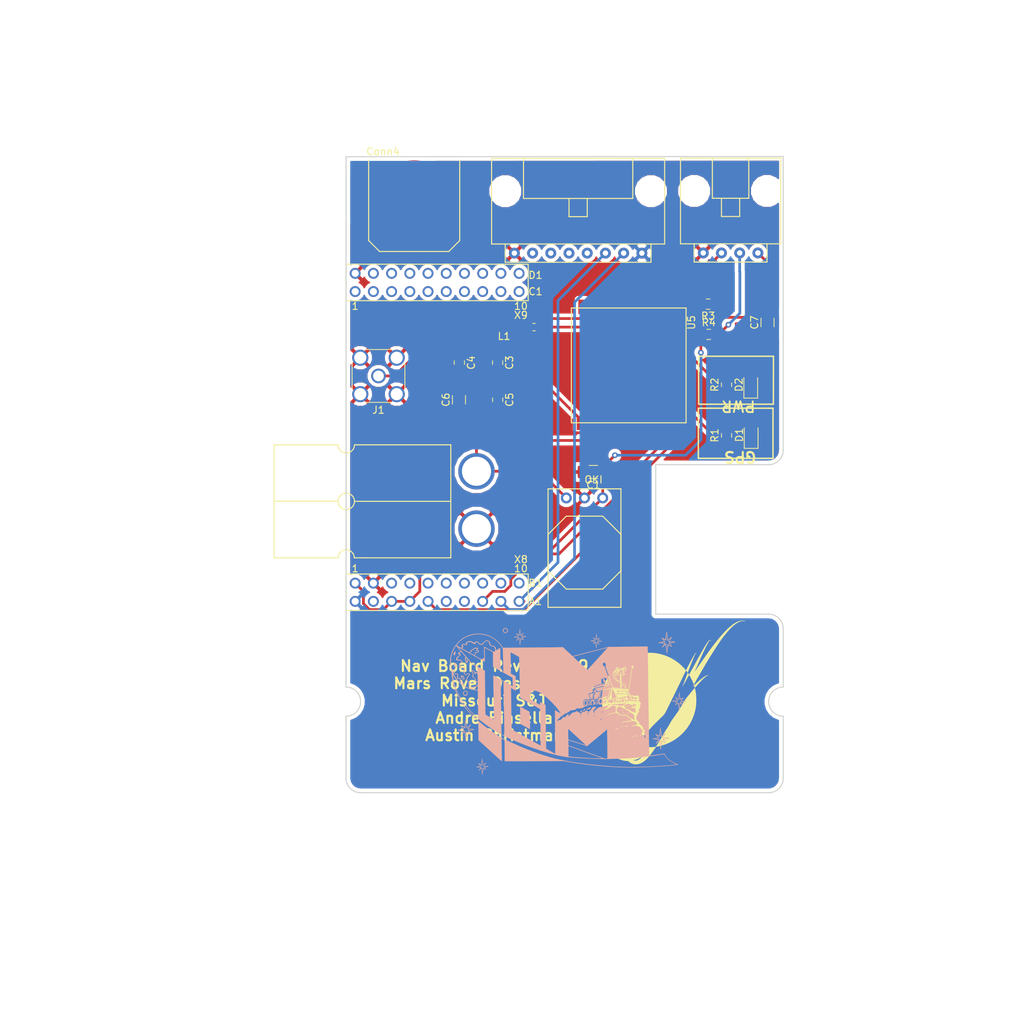
<source format=kicad_pcb>
(kicad_pcb (version 20171130) (host pcbnew "(5.0.0)")
  (layers (0 F.Cu signal) (31 B.Cu signal) (34 B.Paste user) (35 F.Paste user) (36 B.SilkS user) (37 F.SilkS user) (38 B.Mask user) (39 F.Mask user) (44 Edge.Cuts user))
  (net 0 "")
  (net 1 GND)
  (net 2 "Net-(C2-Pad1)")
  (net 3 "Net-(C3-Pad1)")
  (net 4 VBACKUP)
  (net 5 INT2AG)
  (net 6 INT1AG)
  (net 7 INTM)
  (net 8 DRDYM)
  (net 9 +3V3)
  (net 10 "Net-(D1-Pad2)")
  (net 11 "Net-(D2-Pad2)")
  (net 12 "Net-(J1-Pad1)")
  (net 13 "Net-(R1-Pad1)")
  (net 14 "Net-(U1-PadPE4)")
  (net 15 "Net-(U1-PadPE5)")
  (net 16 "Net-(U1-PadPD3)")
  (net 17 "SCL(0)")
  (net 18 "SDA(0)")
  (net 19 "Net-(U1-PadPE0)")
  (net 20 "Net-(U1-PadPE1)")
  (net 21 "Net-(U1-PadPE2)")
  (net 22 "Net-(U1-PadPE3)")
  (net 23 "Net-(U1-PadPD7)")
  (net 24 "Net-(U1-PadPA6)")
  (net 25 "Net-(U1-PadPM4)")
  (net 26 "Net-(U1-PadPM5)")
  (net 27 "Net-(U1-PadPM3)")
  (net 28 "Net-(U1-PadPH2)")
  (net 29 "Net-(U1-PadPH3)")
  (net 30 "Net-(U1-PadRese)")
  (net 31 "Net-(U1-PadPD1)")
  (net 32 "Net-(U1-PadPD0)")
  (net 33 "Net-(U1-PadPN2)")
  (net 34 "Net-(U1-PadPN3)")
  (net 35 "Net-(U1-PadPP2)")
  (net 36 "Net-(U5-Pad2)")
  (net 37 "Net-(U5-Pad6)")
  (net 38 "Net-(U5-Pad7)")
  (net 39 "TX(7)")
  (net 40 "RX(7)")
  (net 41 1PPS)
  (net 42 "Net-(U5-Pad14)")
  (net 43 "Net-(U5-Pad15)")
  (net 44 "Net-(U5-Pad16)")
  (net 45 "Net-(U5-Pad17)")
  (net 46 "Net-(U5-Pad18)")
  (net 47 "Net-(U5-Pad20)")
  (net 48 LIDAR_MONITOR)
  (net 49 "Net-(LIDAR1-Pad2)")
  (net 50 "Net-(LIDAR1-Pad3)")
  (module MRDT_Sensors:FGPMMOPA6H (layer F.Cu) (at 149.0218 92.71 90)
    (fp_text reference U5 (at 13.97 15.494 90) (layer F.SilkS))
    (fp_text value FGPMMOPA6H)
    (pad 1 smd rect (at 0 0 180) (size 1 2) (layers F.Cu F.Paste F.Mask) (net 3 "Net-(C3-Pad1)"))
    (pad 2 smd rect (at 0 1.5 180) (size 1 2) (layers F.Cu F.Paste F.Mask) (net 36 "Net-(U5-Pad2)"))
    (pad 3 smd rect (at 0 3 180) (size 1 2) (layers F.Cu F.Paste F.Mask) (net 1 GND))
    (pad 4 smd rect (at 0 4.5 180) (size 1 2) (layers F.Cu F.Paste F.Mask) (net 4 VBACKUP))
    (pad 5 smd rect (at 0 6 180) (size 1 2) (layers F.Cu F.Paste F.Mask) (net 13 "Net-(R1-Pad1)"))
    (pad 6 smd rect (at 0 7.5 180) (size 1 2) (layers F.Cu F.Paste F.Mask) (net 37 "Net-(U5-Pad6)"))
    (pad 7 smd rect (at 0 9 180) (size 1 2) (layers F.Cu F.Paste F.Mask) (net 38 "Net-(U5-Pad7)"))
    (pad 8 smd rect (at 0 10.5 180) (size 1 2) (layers F.Cu F.Paste F.Mask) (net 1 GND))
    (pad 9 smd rect (at 0 12 180) (size 1 2) (layers F.Cu F.Paste F.Mask) (net 39 "TX(7)"))
    (pad 10 smd rect (at 0 13.5 180) (size 1 2) (layers F.Cu F.Paste F.Mask) (net 40 "RX(7)"))
    (pad 11 smd rect (at 16.165634 13.729608) (size 1 2) (layers F.Cu F.Paste F.Mask) (net 12 "Net-(J1-Pad1)"))
    (pad 12 smd rect (at 16.165634 12.229608) (size 1 2) (layers F.Cu F.Paste F.Mask) (net 1 GND))
    (pad 13 smd rect (at 16.165634 10.729608) (size 1 2) (layers F.Cu F.Paste F.Mask) (net 41 1PPS))
    (pad 14 smd rect (at 16.165634 9.229608) (size 1 2) (layers F.Cu F.Paste F.Mask) (net 42 "Net-(U5-Pad14)"))
    (pad 15 smd rect (at 16.165634 7.729608) (size 1 2) (layers F.Cu F.Paste F.Mask) (net 43 "Net-(U5-Pad15)"))
    (pad 16 smd rect (at 16.165634 6.229608) (size 1 2) (layers F.Cu F.Paste F.Mask) (net 44 "Net-(U5-Pad16)"))
    (pad 17 smd rect (at 16.165634 4.729608) (size 1 2) (layers F.Cu F.Paste F.Mask) (net 45 "Net-(U5-Pad17)"))
    (pad 18 smd rect (at 16.165634 3.229608) (size 1 2) (layers F.Cu F.Paste F.Mask) (net 46 "Net-(U5-Pad18)"))
    (pad 19 smd rect (at 16.165634 1.729608) (size 1 2) (layers F.Cu F.Paste F.Mask) (net 1 GND))
    (pad 20 smd rect (at 16.165634 0.229608) (size 1 2) (layers F.Cu F.Paste F.Mask) (net 47 "Net-(U5-Pad20)"))
  )
  (module Connector_Coaxial:SMA_Amphenol_132134-16_Vertical (layer F.Cu) (at 120.8786 86.1822 180)
    (fp_text reference J1 (at 0 -4.75 180) (layer F.SilkS))
    (fp_text value Conn_Coaxial)
    (pad 1 thru_hole circle (at 0 0 180) (size 2.05 2.05) (drill 1.5) (layers *.Cu *.Mask) (net 12 "Net-(J1-Pad1)"))
    (pad 2 thru_hole circle (at 2.54 2.54 180) (size 2.25 2.25) (drill 1.7) (layers *.Cu *.Mask) (net 1 GND))
    (pad 2 thru_hole circle (at 2.54 -2.54 180) (size 2.25 2.25) (drill 1.7) (layers *.Cu *.Mask) (net 1 GND))
    (pad 2 thru_hole circle (at -2.54 -2.54 180) (size 2.25 2.25) (drill 1.7) (layers *.Cu *.Mask) (net 1 GND))
    (pad 2 thru_hole circle (at -2.54 2.54 180) (size 2.25 2.25) (drill 1.7) (layers *.Cu *.Mask) (net 1 GND))
  )
  (module MRDT_Shields:TM4C129E_Launchpad_X9 (layer F.Cu) (at 116.357001 118.871001)
    (fp_text reference U1 hide)
    (fp_text value ~ hide)
    (fp_text user 1 (at 1.27 -42.418 180) (layer F.SilkS))
    (fp_text user 10 (at 24.384 -42.418 180) (layer F.SilkS))
    (fp_text user 1 (at 1.27 -5.842 180) (layer F.SilkS))
    (fp_text user 10 (at 24.384 -5.842 180) (layer F.SilkS))
    (fp_text user X9 (at 24.384 -41.148 180) (layer F.SilkS))
    (fp_text user X8 (at 24.384 -7.112 180) (layer F.SilkS))
    (fp_text user C1 (at 26.416 -44.45 180) (layer F.SilkS))
    (fp_text user D1 (at 26.416 -46.736 180) (layer F.SilkS))
    (fp_text user B1 (at 26.416 -3.81 180) (layer F.SilkS))
    (fp_text user A1 (at 26.416 -1.27 180) (layer F.SilkS))
    (pad +5V thru_hole circle (at 1.27 -3.81 180) (size 1.52 1.52) (drill 1) (layers *.Cu *.Mask F.Paste) (net 48 LIDAR_MONITOR))
    (pad GND thru_hole circle (at 3.81 -3.81 180) (size 1.52 1.52) (drill 1) (layers *.Cu *.Mask F.Paste) (net 1 GND))
    (pad PE0 thru_hole circle (at 6.35 -3.81 180) (size 1.52 1.52) (drill 1) (layers *.Cu *.Mask F.Paste) (net 19 "Net-(U1-PadPE0)"))
    (pad PE1 thru_hole circle (at 8.89 -3.81 180) (size 1.52 1.52) (drill 1) (layers *.Cu *.Mask F.Paste) (net 20 "Net-(U1-PadPE1)"))
    (pad PE2 thru_hole circle (at 11.43 -3.81 180) (size 1.52 1.52) (drill 1) (layers *.Cu *.Mask F.Paste) (net 21 "Net-(U1-PadPE2)"))
    (pad PE3 thru_hole circle (at 13.97 -3.81 180) (size 1.52 1.52) (drill 1) (layers *.Cu *.Mask F.Paste) (net 22 "Net-(U1-PadPE3)"))
    (pad PD7 thru_hole circle (at 16.51 -3.81 180) (size 1.52 1.52) (drill 1) (layers *.Cu *.Mask F.Paste) (net 23 "Net-(U1-PadPD7)"))
    (pad PA6 thru_hole circle (at 19.05 -3.81 180) (size 1.52 1.52) (drill 1) (layers *.Cu *.Mask F.Paste) (net 24 "Net-(U1-PadPA6)"))
    (pad PM4 thru_hole circle (at 21.59 -3.81 180) (size 1.52 1.52) (drill 1) (layers *.Cu *.Mask F.Paste) (net 25 "Net-(U1-PadPM4)"))
    (pad PM5 thru_hole circle (at 24.13 -3.81 180) (size 1.52 1.52) (drill 1) (layers *.Cu *.Mask F.Paste) (net 26 "Net-(U1-PadPM5)"))
    (pad +3V3 thru_hole circle (at 1.27 -1.27 180) (size 1.52 1.52) (drill 1) (layers *.Cu *.Mask F.Paste) (net 9 +3V3))
    (pad PE4 thru_hole circle (at 3.81 -1.27 180) (size 1.52 1.52) (drill 1) (layers *.Cu *.Mask F.Paste) (net 14 "Net-(U1-PadPE4)"))
    (pad PC4 thru_hole circle (at 6.35 -1.27 180) (size 1.52 1.52) (drill 1) (layers *.Cu *.Mask F.Paste) (net 48 LIDAR_MONITOR))
    (pad PC5 thru_hole circle (at 8.89 -1.27 180) (size 1.52 1.52) (drill 1) (layers *.Cu *.Mask F.Paste) (net 48 LIDAR_MONITOR))
    (pad PC6 thru_hole circle (at 11.43 -1.27 180) (size 1.52 1.52) (drill 1) (layers *.Cu *.Mask F.Paste) (net 40 "RX(7)"))
    (pad PE5 thru_hole circle (at 13.97 -1.27 180) (size 1.52 1.52) (drill 1) (layers *.Cu *.Mask F.Paste) (net 15 "Net-(U1-PadPE5)"))
    (pad PD3 thru_hole circle (at 16.51 -1.27 180) (size 1.52 1.52) (drill 1) (layers *.Cu *.Mask F.Paste) (net 16 "Net-(U1-PadPD3)"))
    (pad PC7 thru_hole circle (at 19.05 -1.27 180) (size 1.52 1.52) (drill 1) (layers *.Cu *.Mask F.Paste) (net 39 "TX(7)"))
    (pad PB2 thru_hole circle (at 21.59 -1.27 180) (size 1.52 1.52) (drill 1) (layers *.Cu *.Mask F.Paste) (net 17 "SCL(0)"))
    (pad PB3 thru_hole circle (at 24.13 -1.27 180) (size 1.52 1.52) (drill 1) (layers *.Cu *.Mask F.Paste) (net 18 "SDA(0)"))
    (pad PF1 thru_hole circle (at 1.27 -44.45 180) (size 1.52 1.52) (drill 1) (layers *.Cu *.Mask F.Paste))
    (pad PF2 thru_hole circle (at 3.81 -44.45 180) (size 1.52 1.52) (drill 1) (layers *.Cu *.Mask F.Paste))
    (pad PF3 thru_hole circle (at 6.35 -44.45 180) (size 1.52 1.52) (drill 1) (layers *.Cu *.Mask F.Paste))
    (pad PG0 thru_hole circle (at 8.89 -44.45 180) (size 1.52 1.52) (drill 1) (layers *.Cu *.Mask F.Paste))
    (pad PL4 thru_hole circle (at 11.43 -44.45 180) (size 1.52 1.52) (drill 1) (layers *.Cu *.Mask F.Paste))
    (pad PL5 thru_hole circle (at 13.97 -44.45 180) (size 1.52 1.52) (drill 1) (layers *.Cu *.Mask F.Paste))
    (pad PL0 thru_hole circle (at 16.51 -44.45 180) (size 1.52 1.52) (drill 1) (layers *.Cu *.Mask F.Paste))
    (pad PL1 thru_hole circle (at 19.05 -44.45 180) (size 1.52 1.52) (drill 1) (layers *.Cu *.Mask F.Paste))
    (pad PL2 thru_hole circle (at 21.59 -44.45 180) (size 1.52 1.52) (drill 1) (layers *.Cu *.Mask F.Paste))
    (pad PL3 thru_hole circle (at 24.13 -44.45 180) (size 1.52 1.52) (drill 1) (layers *.Cu *.Mask F.Paste))
    (pad GND thru_hole circle (at 1.27 -46.99 180) (size 1.52 1.52) (drill 1) (layers *.Cu *.Mask F.Paste) (net 1 GND))
    (pad PM3 thru_hole circle (at 3.81 -46.99 180) (size 1.52 1.52) (drill 1) (layers *.Cu *.Mask F.Paste) (net 27 "Net-(U1-PadPM3)"))
    (pad PH2 thru_hole circle (at 6.35 -46.99 180) (size 1.52 1.52) (drill 1) (layers *.Cu *.Mask F.Paste) (net 28 "Net-(U1-PadPH2)"))
    (pad PH3 thru_hole circle (at 8.89 -46.99 180) (size 1.52 1.52) (drill 1) (layers *.Cu *.Mask F.Paste) (net 29 "Net-(U1-PadPH3)"))
    (pad Rese thru_hole circle (at 11.43 -46.99 180) (size 1.52 1.52) (drill 1) (layers *.Cu *.Mask F.Paste) (net 30 "Net-(U1-PadRese)"))
    (pad PD1 thru_hole circle (at 13.97 -46.99 180) (size 1.52 1.52) (drill 1) (layers *.Cu *.Mask F.Paste) (net 31 "Net-(U1-PadPD1)"))
    (pad PD0 thru_hole circle (at 16.51 -46.99 180) (size 1.52 1.52) (drill 1) (layers *.Cu *.Mask F.Paste) (net 32 "Net-(U1-PadPD0)"))
    (pad PN2 thru_hole circle (at 19.05 -46.99 180) (size 1.52 1.52) (drill 1) (layers *.Cu *.Mask F.Paste) (net 33 "Net-(U1-PadPN2)"))
    (pad PN3 thru_hole circle (at 21.59 -46.99 180) (size 1.52 1.52) (drill 1) (layers *.Cu *.Mask F.Paste) (net 34 "Net-(U1-PadPN3)"))
    (pad PP2 thru_hole circle (at 24.13 -46.99 180) (size 1.52 1.52) (drill 1) (layers *.Cu *.Mask F.Paste) (net 35 "Net-(U1-PadPP2)"))
  )
  (module Capacitor_SMD:C_1206_3216Metric_Pad1.42x1.75mm_HandSolder (layer F.Cu) (at 150.849 99.568 180)
    (fp_text reference C1 (at 0 -1.82 180) (layer F.SilkS))
    (fp_text value 10uF)
    (pad 2 smd roundrect (at 1.4875 0 180) (size 1.425 1.75) (layers F.Cu F.Paste F.Mask) (roundrect_rratio 0.175439) (net 1 GND))
    (pad 1 smd roundrect (at -1.4875 0 180) (size 1.425 1.75) (layers F.Cu F.Paste F.Mask) (roundrect_rratio 0.175439) (net 48 LIDAR_MONITOR))
  )
  (module MRDT_Devices:OKI_Horizontal (layer F.Cu) (at 144.526 101.9175)
    (fp_text reference C2 hide)
    (fp_text value OKI (at 6.35 -1.27) (layer F.SilkS))
    (pad 1 thru_hole circle (at 2.54 1.27) (size 1.524 1.524) (drill 0.889) (layers *.Cu *.Mask) (net 2 "Net-(C2-Pad1)"))
    (pad 2 thru_hole circle (at 5.08 1.27) (size 1.524 1.524) (drill 0.889) (layers *.Cu *.Mask) (net 1 GND))
    (pad 3 thru_hole circle (at 7.62 1.27) (size 1.524 1.524) (drill 0.889) (layers *.Cu *.Mask) (net 48 LIDAR_MONITOR))
  )
  (module Capacitor_SMD:C_0805_2012Metric_Pad1.15x1.40mm_HandSolder (layer F.Cu) (at 137.4902 84.328 270)
    (fp_text reference C3 (at 0 -1.65 270) (layer F.SilkS))
    (fp_text value 1uF)
    (pad 2 smd roundrect (at 1.025 0 270) (size 1.15 1.4) (layers F.Cu F.Paste F.Mask) (roundrect_rratio 0.217391) (net 1 GND))
    (pad 1 smd roundrect (at -1.025 0 270) (size 1.15 1.4) (layers F.Cu F.Paste F.Mask) (roundrect_rratio 0.217391) (net 3 "Net-(C3-Pad1)"))
  )
  (module Capacitor_SMD:C_0805_2012Metric_Pad1.15x1.40mm_HandSolder (layer F.Cu) (at 132.1562 84.328 270)
    (fp_text reference C4 (at 0 -1.65 270) (layer F.SilkS))
    (fp_text value 0.01uF)
    (pad 1 smd roundrect (at -1.025 0 270) (size 1.15 1.4) (layers F.Cu F.Paste F.Mask) (roundrect_rratio 0.217391) (net 3 "Net-(C3-Pad1)"))
    (pad 2 smd roundrect (at 1.025 0 270) (size 1.15 1.4) (layers F.Cu F.Paste F.Mask) (roundrect_rratio 0.217391) (net 1 GND))
  )
  (module Capacitor_SMD:C_0805_2012Metric_Pad1.15x1.40mm_HandSolder (layer F.Cu) (at 137.5 89.5 270)
    (fp_text reference C5 (at 0 -1.65 270) (layer F.SilkS))
    (fp_text value 1uF)
    (pad 1 smd roundrect (at -1.025 0 270) (size 1.15 1.4) (layers F.Cu F.Paste F.Mask) (roundrect_rratio 0.217391) (net 4 VBACKUP))
    (pad 2 smd roundrect (at 1.025 0 270) (size 1.15 1.4) (layers F.Cu F.Paste F.Mask) (roundrect_rratio 0.217391) (net 1 GND))
  )
  (module Capacitor_SMD:C_1206_3216Metric_Pad1.42x1.75mm_HandSolder (layer F.Cu) (at 132.1 89.5 90)
    (fp_text reference C6 (at 0 -1.82 90) (layer F.SilkS))
    (fp_text value 10uF)
    (pad 1 smd roundrect (at -1.4875 0 90) (size 1.425 1.75) (layers F.Cu F.Paste F.Mask) (roundrect_rratio 0.175439) (net 2 "Net-(C2-Pad1)"))
    (pad 2 smd roundrect (at 1.4875 0 90) (size 1.425 1.75) (layers F.Cu F.Paste F.Mask) (roundrect_rratio 0.175439) (net 1 GND))
  )
  (module MRDT_Connectors:Anderson_2_Horisontal_Side_by_Side (layer F.Cu) (at 130.9624 111.5314)
    (fp_text reference Conn1 hide)
    (fp_text value AndersonPP)
    (pad 1 thru_hole circle (at 3.5814 -4.063) (size 5.08 5.08) (drill 4.06) (layers *.Cu *.Mask F.Paste) (net 1 GND))
    (pad 2 thru_hole circle (at 3.5814 -12.064) (size 5.08 5.08) (drill 4.06) (layers *.Cu *.Mask F.Paste) (net 2 "Net-(C2-Pad1)"))
  )
  (module MRDT_Connectors:MOLEX_SL_08_Horizontal (layer F.Cu) (at 148.717 69.0626)
    (fp_text reference Conn3 hide)
    (fp_text value Molex_SL_08)
    (pad 1 thru_hole circle (at -8.89 0) (size 1.524 1.524) (drill 0.762) (layers *.Cu *.Mask) (net 1 GND))
    (pad 2 thru_hole circle (at -6.35 0) (size 1.524 1.524) (drill 0.762) (layers *.Cu *.Mask) (net 5 INT2AG))
    (pad 3 thru_hole circle (at -3.81 0) (size 1.524 1.524) (drill 0.762) (layers *.Cu *.Mask) (net 6 INT1AG))
    (pad 4 thru_hole circle (at -1.27 0) (size 1.524 1.524) (drill 0.762) (layers *.Cu *.Mask) (net 7 INTM))
    (pad 5 thru_hole circle (at 1.27 0) (size 1.524 1.524) (drill 0.762) (layers *.Cu *.Mask) (net 8 DRDYM))
    (pad "" np_thru_hole circle (at -10.16 -8.636) (size 3.45 3.45) (drill 3.45) (layers *.Cu *.Mask))
    (pad "" np_thru_hole circle (at 10.16 -8.636) (size 3.45 3.45) (drill 3.45) (layers *.Cu *.Mask))
    (pad 6 thru_hole circle (at 3.81 0) (size 1.524 1.524) (drill 0.762) (layers *.Cu *.Mask) (net 18 "SDA(0)"))
    (pad 7 thru_hole circle (at 6.35 0) (size 1.524 1.524) (drill 0.762) (layers *.Cu *.Mask) (net 17 "SCL(0)"))
    (pad 8 thru_hole circle (at 8.89 0) (size 1.524 1.524) (drill 0.762) (layers *.Cu *.Mask) (net 9 +3V3))
  )
  (module MRDT_Connectors:CR1220_Battery_Holder (layer F.Cu) (at 125.857 61.214 180)
    (fp_text reference Conn4 (at 4.3434 6.3246 180) (layer F.SilkS))
    (fp_text value 12mm_Coin_Cell_Battery_Holder)
    (pad 1 smd rect (at -7.62 0 180) (size 2.54 6.35) (layers F.Cu F.Paste F.Mask))
    (pad 1 smd rect (at 7.62 0 180) (size 2.54 6.35) (layers F.Cu F.Paste F.Mask))
    (pad 2 smd circle (at 0 0 180) (size 10.16 10.16) (layers F.Cu F.Paste F.Mask))
  )
  (module LED_SMD:LED_0805_2012Metric_Pad1.15x1.40mm_HandSolder (layer F.Cu) (at 172.847 94.4118 90)
    (fp_text reference D1 (at 0 -1.65 90) (layer F.SilkS))
    (fp_text value FIX)
    (pad 2 smd roundrect (at 1.025 0 90) (size 1.15 1.4) (layers F.Cu F.Paste F.Mask) (roundrect_rratio 0.217391) (net 10 "Net-(D1-Pad2)"))
    (pad 1 smd roundrect (at -1.025 0 90) (size 1.15 1.4) (layers F.Cu F.Paste F.Mask) (roundrect_rratio 0.217391) (net 1 GND))
  )
  (module LED_SMD:LED_0805_2012Metric_Pad1.15x1.40mm_HandSolder (layer F.Cu) (at 172.792957 87.41014 90)
    (fp_text reference D2 (at 0 -1.65 90) (layer F.SilkS))
    (fp_text value PWR)
    (pad 1 smd roundrect (at -1.025 0 90) (size 1.15 1.4) (layers F.Cu F.Paste F.Mask) (roundrect_rratio 0.217391) (net 1 GND))
    (pad 2 smd roundrect (at 1.025 0 90) (size 1.15 1.4) (layers F.Cu F.Paste F.Mask) (roundrect_rratio 0.217391) (net 11 "Net-(D2-Pad2)"))
  )
  (module Inductor_SMD:L_0603_1608Metric_Pad1.05x0.95mm_HandSolder (layer F.Cu) (at 142.5702 79.375 180)
    (fp_text reference L1 (at 4.177 -1.27 180) (layer F.SilkS))
    (fp_text value INDUCTOR)
    (pad 1 smd roundrect (at -0.875 0 180) (size 1.05 0.95) (layers F.Cu F.Paste F.Mask) (net 9 +3V3))
    (pad 2 smd roundrect (at 0.875 0 180) (size 1.05 0.95) (layers F.Cu F.Paste F.Mask) (net 3 "Net-(C3-Pad1)"))
  )
  (module Resistor_SMD:R_0805_2012Metric_Pad1.15x1.40mm_HandSolder (layer F.Cu) (at 169.418 94.4716 90)
    (fp_text reference R1 (at 0 -1.65 90) (layer F.SilkS))
    (fp_text value 1K)
    (pad 2 smd roundrect (at 1.025 0 90) (size 1.15 1.4) (layers F.Cu F.Paste F.Mask) (roundrect_rratio 0.217391) (net 10 "Net-(D1-Pad2)"))
    (pad 1 smd roundrect (at -1.025 0 90) (size 1.15 1.4) (layers F.Cu F.Paste F.Mask) (roundrect_rratio 0.217391) (net 13 "Net-(R1-Pad1)"))
  )
  (module Resistor_SMD:R_0805_2012Metric_Pad1.15x1.40mm_HandSolder (layer F.Cu) (at 169.412592 87.41014 90)
    (fp_text reference R2 (at 0 -1.65 90) (layer F.SilkS))
    (fp_text value 1K)
    (pad 1 smd roundrect (at -1.025 0 90) (size 1.15 1.4) (layers F.Cu F.Paste F.Mask) (roundrect_rratio 0.217391) (net 9 +3V3))
    (pad 2 smd roundrect (at 1.025 0 90) (size 1.15 1.4) (layers F.Cu F.Paste F.Mask) (roundrect_rratio 0.217391) (net 11 "Net-(D2-Pad2)"))
  )
  (module MRDT_Silkscreens:MRDT_Retro_Logo_34mmX21.5mm (layer B.Cu) (at 147.32 131.699 180)
    (fp_text reference G*** hide)
    (fp_text value LOGO hide)
  )
  (module Capacitor_SMD:C_1206_3216Metric_Pad1.42x1.75mm_HandSolder (layer F.Cu) (at 175.133 78.7289 90)
    (fp_text reference C7 (at 0 -1.82 90) (layer F.SilkS))
    (fp_text value 680uF)
    (pad 1 smd roundrect (at -1.4875 0 90) (size 1.425 1.75) (layers F.Cu F.Paste F.Mask) (roundrect_rratio 0.175439) (net 1 GND))
    (pad 2 smd roundrect (at 1.4875 0 90) (size 1.425 1.75) (layers F.Cu F.Paste F.Mask) (roundrect_rratio 0.175439) (net 48 LIDAR_MONITOR))
  )
  (module Resistor_SMD:R_0805_2012Metric_Pad1.15x1.40mm_HandSolder (layer F.Cu) (at 166.8526 76.1746 180)
    (fp_text reference R3 (at 0 -1.65 180) (layer F.SilkS))
    (fp_text value 4.7K)
    (pad 2 smd roundrect (at 1.025 0 180) (size 1.15 1.4) (layers F.Cu F.Paste F.Mask) (roundrect_rratio 0.217391) (net 48 LIDAR_MONITOR))
    (pad 1 smd roundrect (at -1.025 0 180) (size 1.15 1.4) (layers F.Cu F.Paste F.Mask) (roundrect_rratio 0.217391) (net 49 "Net-(LIDAR1-Pad2)"))
  )
  (module Resistor_SMD:R_0805_2012Metric_Pad1.15x1.40mm_HandSolder (layer F.Cu) (at 166.9288 80.391)
    (fp_text reference R4 (at 0 -1.65) (layer F.SilkS))
    (fp_text value 4.7K)
    (pad 1 smd roundrect (at -1.025 0) (size 1.15 1.4) (layers F.Cu F.Paste F.Mask) (roundrect_rratio 0.217391) (net 48 LIDAR_MONITOR))
    (pad 2 smd roundrect (at 1.025 0) (size 1.15 1.4) (layers F.Cu F.Paste F.Mask) (roundrect_rratio 0.217391) (net 50 "Net-(LIDAR1-Pad3)"))
  )
  (module MRDT_Connectors:MOLEX_SL_04_Horizontal (layer F.Cu) (at 169.9768 69.0372)
    (fp_text reference LIDAR1 hide)
    (fp_text value Molex_SL_04)
    (pad 1 thru_hole circle (at -3.81 0) (size 1.524 1.524) (drill 0.762) (layers *.Cu *.Mask) (net 1 GND))
    (pad 2 thru_hole circle (at -1.27 0) (size 1.524 1.524) (drill 0.762) (layers *.Cu *.Mask) (net 49 "Net-(LIDAR1-Pad2)"))
    (pad 3 thru_hole circle (at 1.27 0) (size 1.524 1.524) (drill 0.762) (layers *.Cu *.Mask) (net 50 "Net-(LIDAR1-Pad3)"))
    (pad 4 thru_hole circle (at 3.81 0) (size 1.524 1.524) (drill 0.762) (layers *.Cu *.Mask) (net 48 LIDAR_MONITOR))
    (pad "" np_thru_hole circle (at -5.08 -8.636) (size 3.45 3.45) (drill 3.45) (layers *.Cu *.Mask))
    (pad "" np_thru_hole circle (at 5.08 -8.636) (size 3.45 3.45) (drill 3.45) (layers *.Cu *.Mask))
  )
  (module MRDT_Silkscreens:MRDT_Logo_20mm (layer F.Cu) (at 162.052 130.302)
    (fp_text reference G*** hide)
    (fp_text value LOGO hide)
  )
  (gr_line (start 165.5064 83.439) (end 165.5318 90.1192) (layer F.SilkS) (width 0.2))
  (gr_line (start 177.3174 55.6006) (end 116.3574 55.626) (layer Edge.Cuts) (width 0.15))
  (gr_text GPS (at 171.323 97.4598 180) (layer F.SilkS) (effects (font (size 1.5 1.5) (thickness 0.3))))
  (gr_line (start 165.481 97.663) (end 165.481 90.678) (layer F.SilkS) (width 0.2))
  (gr_line (start 175.895 97.663) (end 165.481 97.663) (layer F.SilkS) (width 0.2))
  (gr_line (start 175.895 90.678) (end 175.895 97.663) (layer F.SilkS) (width 0.2))
  (gr_line (start 165.481 90.678) (end 175.895 90.678) (layer F.SilkS) (width 0.2))
  (gr_line (start 116.3574 55.626) (end 116.3574 129.54) (layer Edge.Cuts) (width 0.15))
  (gr_arc (start 175.2854 96.52) (end 175.2854 98.552) (angle -90) (layer Edge.Cuts) (width 0.15))
  (gr_line (start 177.3174 55.626) (end 177.3174 96.52) (layer Edge.Cuts) (width 0.15))
  (gr_text "PWR\n" (at 171.063592 90.401862 180) (layer F.SilkS) (effects (font (size 1.5 1.5) (thickness 0.25))))
  (gr_line (start 175.9458 90.1192) (end 165.5318 90.1192) (layer F.SilkS) (width 0.2))
  (gr_line (start 175.9585 83.439) (end 175.9458 90.1192) (layer F.SilkS) (width 0.2))
  (gr_line (start 165.5318 83.439) (end 175.9458 83.439) (layer F.SilkS) (width 0.2))
  (gr_text "Nav Board Rev 1 2019\nMars Rover Design Team\nMissouri S&T\nAndre Biasella\nAustin Christman" (at 137.033 131.445) (layer F.SilkS) (effects (font (size 1.5 1.5) (thickness 0.3))))
  (gr_line (start 118.4402 144.272) (end 175.2854 144.272) (layer Edge.Cuts) (width 0.15))
  (gr_line (start 116.3574 142.24) (end 116.3574 133.604) (layer Edge.Cuts) (width 0.15))
  (gr_arc (start 116.3574 131.572) (end 116.3574 133.604) (angle -179.2838401) (layer Edge.Cuts) (width 0.15))
  (gr_arc (start 177.3174 131.572) (end 177.3174 129.54) (angle -180) (layer Edge.Cuts) (width 0.15))
  (gr_arc (start 175.2854 121.412) (end 177.3174 121.412) (angle -90.73452103) (layer Edge.Cuts) (width 0.15))
  (gr_line (start 159.5374 98.552) (end 175.2854 98.552) (layer Edge.Cuts) (width 0.15))
  (gr_line (start 159.5374 119.38) (end 159.5374 98.552) (layer Edge.Cuts) (width 0.15))
  (gr_line (start 175.2854 119.38) (end 159.5374 119.38) (layer Edge.Cuts) (width 0.15))
  (gr_line (start 177.3174 129.54) (end 177.3174 121.412) (layer Edge.Cuts) (width 0.15))
  (gr_line (start 177.3174 133.604) (end 177.3174 142.1892) (layer Edge.Cuts) (width 0.15))
  (gr_arc (start 118.388751 142.240167) (end 116.356751 142.240167) (angle -90.73452103) (layer Edge.Cuts) (width 0.15))
  (gr_arc (start 175.2854 142.24) (end 175.2854 144.272) (angle -90.73452103) (layer Edge.Cuts) (width 0.15))
  (segment (start 132.1 85.4092) (end 132.1562 85.353) (width 0.381) (layer F.Cu) (net 1))
  (segment (start 149.8346 99.0949) (end 149.3615 99.568) (width 0.381) (layer F.Cu) (net 1))
  (segment (start 124.1283 88.0125) (end 123.4186 88.7222) (width 0.381) (layer F.Cu) (net 1))
  (segment (start 138.113572 85.976372) (end 137.4902 85.353) (width 0.381) (layer F.Cu) (net 1))
  (segment (start 146.237701 94.100501) (end 138.113572 85.976372) (width 0.381) (layer F.Cu) (net 1))
  (segment (start 152.012299 94.100501) (end 146.237701 94.100501) (width 0.381) (layer F.Cu) (net 1))
  (segment (start 152.0218 94.091) (end 152.012299 94.100501) (width 0.381) (layer F.Cu) (net 1))
  (segment (start 152.0218 92.71) (end 152.0218 94.091) (width 0.381) (layer F.Cu) (net 1))
  (segment (start 134.5438 93.4313) (end 132.1 90.9875) (width 0.381) (layer F.Cu) (net 2))
  (segment (start 143.3459 99.4674) (end 147.066 103.1875) (width 0.381) (layer F.Cu) (net 2))
  (segment (start 134.5438 99.4674) (end 143.3459 99.4674) (width 0.381) (layer F.Cu) (net 2))
  (segment (start 134.5438 99.4674) (end 134.5438 93.4313) (width 0.381) (layer F.Cu) (net 2))
  (segment (start 137.5386 83.303) (end 137.4902 83.303) (width 0.381) (layer F.Cu) (net 3))
  (segment (start 132.779572 82.679628) (end 132.1562 83.303) (width 0.381) (layer F.Cu) (net 3))
  (segment (start 136.866828 82.679628) (end 132.779572 82.679628) (width 0.381) (layer F.Cu) (net 3))
  (segment (start 137.4902 83.303) (end 136.866828 82.679628) (width 0.381) (layer F.Cu) (net 3))
  (segment (start 138.2902 83.303) (end 137.4902 83.303) (width 0.381) (layer F.Cu) (net 3))
  (segment (start 140.1148 83.303) (end 138.2902 83.303) (width 0.381) (layer F.Cu) (net 3))
  (segment (start 149.0218 92.21) (end 140.1148 83.303) (width 0.381) (layer F.Cu) (net 3))
  (segment (start 149.0218 92.71) (end 149.0218 92.21) (width 0.381) (layer F.Cu) (net 3))
  (segment (start 141.196128 82.221672) (end 140.1148 83.303) (width 0.381) (layer F.Cu) (net 3))
  (segment (start 141.196128 79.874072) (end 141.196128 82.221672) (width 0.381) (layer F.Cu) (net 3))
  (segment (start 141.6952 79.375) (end 141.196128 79.874072) (width 0.381) (layer F.Cu) (net 3))
  (segment (start 137.5 88.475) (end 144.1988 95.1738) (width 0.381) (layer F.Cu) (net 4))
  (segment (start 153.5218 94.091) (end 153.5218 92.71) (width 0.381) (layer F.Cu) (net 4))
  (segment (start 152.439 95.1738) (end 153.5218 94.091) (width 0.381) (layer F.Cu) (net 4))
  (segment (start 144.1988 95.1738) (end 152.439 95.1738) (width 0.381) (layer F.Cu) (net 4))
  (segment (start 169.328732 88.519) (end 169.412592 88.43514) (width 0.381) (layer F.Cu) (net 9))
  (segment (start 164.1348 75.5904) (end 157.607 69.0626) (width 0.381) (layer F.Cu) (net 9))
  (segment (start 164.1348 77.363876) (end 164.1348 75.5904) (width 0.381) (layer F.Cu) (net 9))
  (segment (start 143.4452 79.375) (end 162.123676 79.375) (width 0.381) (layer F.Cu) (net 9))
  (segment (start 162.123676 79.375) (end 164.1348 77.363876) (width 0.381) (layer F.Cu) (net 9))
  (segment (start 162.123676 81.146224) (end 162.123676 79.375) (width 0.381) (layer F.Cu) (net 9))
  (segment (start 169.412592 88.43514) (end 162.123676 81.146224) (width 0.381) (layer F.Cu) (net 9))
  (segment (start 169.4778 93.3868) (end 169.418 93.4466) (width 0.381) (layer F.Cu) (net 10))
  (segment (start 172.847 93.3868) (end 169.4778 93.3868) (width 0.381) (layer F.Cu) (net 10))
  (segment (start 172.792957 86.38514) (end 169.412592 86.38514) (width 0.381) (layer F.Cu) (net 11))
  (segment (start 162.751408 77.925366) (end 162.751408 76.544366) (width 0.381) (layer F.Cu) (net 12))
  (segment (start 162.497484 78.17929) (end 162.751408 77.925366) (width 0.381) (layer F.Cu) (net 12))
  (segment (start 131.124452 78.17929) (end 162.497484 78.17929) (width 0.381) (layer F.Cu) (net 12))
  (segment (start 123.121542 86.1822) (end 131.124452 78.17929) (width 0.381) (layer F.Cu) (net 12))
  (segment (start 120.8786 86.1822) (end 123.121542 86.1822) (width 0.381) (layer F.Cu) (net 12))
  (segment (start 168.618 95.4966) (end 163.2914 90.17) (width 0.381) (layer F.Cu) (net 13))
  (segment (start 169.418 95.4966) (end 168.618 95.4966) (width 0.381) (layer F.Cu) (net 13))
  (segment (start 155.0218 91.329) (end 155.0218 92.71) (width 0.381) (layer F.Cu) (net 13))
  (segment (start 156.1808 90.17) (end 155.0218 91.329) (width 0.381) (layer F.Cu) (net 13))
  (segment (start 163.2914 90.17) (end 156.1808 90.17) (width 0.381) (layer F.Cu) (net 13))
  (segment (start 137.947001 117.601001) (end 138.354799 117.601001) (width 0.381) (layer F.Cu) (net 17))
  (segment (start 148.218501 75.911099) (end 155.067 69.0626) (width 0.381) (layer B.Cu) (net 17))
  (segment (start 148.218501 111.572243) (end 148.218501 75.911099) (width 0.381) (layer B.Cu) (net 17))
  (segment (start 141.039242 118.751502) (end 148.218501 111.572243) (width 0.381) (layer B.Cu) (net 17))
  (segment (start 137.947001 117.601001) (end 139.097502 118.751502) (width 0.381) (layer B.Cu) (net 17))
  (segment (start 139.097502 118.751502) (end 141.039242 118.751502) (width 0.381) (layer B.Cu) (net 17))
  (segment (start 140.487001 117.601001) (end 141.174199 117.601001) (width 0.381) (layer F.Cu) (net 18))
  (segment (start 152.565268 69.100868) (end 152.527 69.0626) (width 0.381) (layer F.Cu) (net 18))
  (segment (start 151.765001 69.824599) (end 152.527 69.0626) (width 0.381) (layer B.Cu) (net 18))
  (segment (start 145.913499 75.676101) (end 151.765001 69.824599) (width 0.381) (layer B.Cu) (net 18))
  (segment (start 145.913499 112.174503) (end 145.913499 75.676101) (width 0.381) (layer B.Cu) (net 18))
  (segment (start 140.487001 117.601001) (end 145.913499 112.174503) (width 0.381) (layer B.Cu) (net 18))
  (segment (start 139.3365 115.374244) (end 138.499242 116.211502) (width 0.381) (layer F.Cu) (net 39))
  (segment (start 139.3365 114.50876) (end 139.3365 115.374244) (width 0.381) (layer F.Cu) (net 39))
  (segment (start 142.865349 110.979911) (end 139.3365 114.50876) (width 0.381) (layer F.Cu) (net 39))
  (segment (start 138.499242 116.211502) (end 136.7965 116.211502) (width 0.381) (layer F.Cu) (net 39))
  (segment (start 136.7965 116.211502) (end 135.407001 117.601001) (width 0.381) (layer F.Cu) (net 39))
  (segment (start 146.059291 110.979911) (end 142.865349 110.979911) (width 0.381) (layer F.Cu) (net 39))
  (segment (start 153.661202 103.378) (end 146.059291 110.979911) (width 0.381) (layer F.Cu) (net 39))
  (segment (start 161.0218 94.091) (end 161.0218 92.71) (width 0.381) (layer F.Cu) (net 39))
  (segment (start 161.0106 94.1022) (end 161.0218 94.091) (width 0.381) (layer F.Cu) (net 39))
  (segment (start 161.0106 94.1022) (end 161.0106 95.0722) (width 0.381) (layer F.Cu) (net 39))
  (segment (start 153.661202 102.421598) (end 153.661202 103.378) (width 0.381) (layer F.Cu) (net 39))
  (segment (start 161.0106 95.0722) (end 153.661202 102.421598) (width 0.381) (layer F.Cu) (net 39))
  (segment (start 162.5218 94.90927) (end 162.5218 92.71) (width 0.381) (layer F.Cu) (net 40))
  (segment (start 154.686 102.74507) (end 162.5218 94.90927) (width 0.381) (layer F.Cu) (net 40))
  (segment (start 154.686 105.259142) (end 154.686 102.74507) (width 0.381) (layer F.Cu) (net 40))
  (segment (start 141.19364 118.751502) (end 154.686 105.259142) (width 0.381) (layer F.Cu) (net 40))
  (segment (start 127.787001 117.601001) (end 128.937502 118.751502) (width 0.381) (layer F.Cu) (net 40))
  (segment (start 128.937502 118.751502) (end 141.19364 118.751502) (width 0.381) (layer F.Cu) (net 40))
  (segment (start 125.247001 117.601001) (end 122.707001 117.601001) (width 0.381) (layer F.Cu) (net 48))
  (segment (start 151.384001 103.949499) (end 152.146 103.1875) (width 0.381) (layer F.Cu) (net 48))
  (segment (start 175.133 70.3834) (end 173.7868 69.0372) (width 0.381) (layer F.Cu) (net 48))
  (segment (start 175.133 77.2414) (end 175.133 70.3834) (width 0.381) (layer F.Cu) (net 48))
  (segment (start 174.361653 78.012747) (end 175.133 77.2414) (width 0.381) (layer F.Cu) (net 48))
  (segment (start 152.146 99.7585) (end 152.3365 99.568) (width 0.381) (layer F.Cu) (net 48))
  (segment (start 152.146 103.1875) (end 152.146 99.7585) (width 0.381) (layer F.Cu) (net 48))
  (segment (start 145.1229 110.2106) (end 151.384001 103.949499) (width 0.381) (layer F.Cu) (net 48))
  (segment (start 145.1229 110.2106) (end 140.5382 110.2106) (width 0.381) (layer F.Cu) (net 48))
  (via (at 153.8478 97.2312) (size 0.8) (drill 0.4) (layers F.Cu B.Cu) (net 48))
  (segment (start 165.9038 76.2508) (end 165.8276 76.1746) (width 0.381) (layer F.Cu) (net 48))
  (segment (start 165.9038 80.391) (end 165.9038 76.2508) (width 0.381) (layer F.Cu) (net 48))
  (segment (start 167.665747 78.012747) (end 165.8276 76.1746) (width 0.381) (layer F.Cu) (net 48))
  (segment (start 174.361653 78.012747) (end 167.665747 78.012747) (width 0.381) (layer F.Cu) (net 48))
  (segment (start 126.6365 116.211502) (end 126.6365 113.9015) (width 0.381) (layer F.Cu) (net 48))
  (segment (start 125.247001 117.601001) (end 126.6365 116.211502) (width 0.381) (layer F.Cu) (net 48))
  (segment (start 126.8984 113.6396) (end 137.1092 113.6396) (width 0.381) (layer F.Cu) (net 48))
  (segment (start 126.6365 113.9015) (end 126.8984 113.6396) (width 0.381) (layer F.Cu) (net 48))
  (segment (start 137.1092 113.6396) (end 140.5382 110.2106) (width 0.381) (layer F.Cu) (net 48))
  (segment (start 163.704542 97.2312) (end 165.862 95.073742) (width 0.381) (layer B.Cu) (net 48))
  (segment (start 153.8478 97.2312) (end 163.704542 97.2312) (width 0.381) (layer B.Cu) (net 48))
  (via (at 165.8366 82.931) (size 0.8) (drill 0.4) (layers F.Cu B.Cu) (net 48))
  (segment (start 165.862 95.073742) (end 165.862 82.9564) (width 0.381) (layer B.Cu) (net 48))
  (segment (start 165.862 82.9564) (end 165.8366 82.931) (width 0.381) (layer B.Cu) (net 48))
  (segment (start 165.8366 80.4582) (end 165.9038 80.391) (width 0.381) (layer F.Cu) (net 48))
  (segment (start 165.8366 82.931) (end 165.8366 80.4582) (width 0.381) (layer F.Cu) (net 48))
  (segment (start 152.3365 98.7425) (end 153.8478 97.2312) (width 0.381) (layer F.Cu) (net 48))
  (segment (start 152.3365 99.568) (end 152.3365 98.7425) (width 0.381) (layer F.Cu) (net 48))
  (segment (start 121.947002 118.361) (end 122.707001 117.601001) (width 0.381) (layer F.Cu) (net 48))
  (segment (start 121.5565 118.751502) (end 121.947002 118.361) (width 0.381) (layer F.Cu) (net 48))
  (segment (start 119.61476 118.751502) (end 121.5565 118.751502) (width 0.381) (layer F.Cu) (net 48))
  (segment (start 118.777502 117.914244) (end 119.61476 118.751502) (width 0.381) (layer F.Cu) (net 48))
  (segment (start 118.777502 116.211502) (end 118.777502 117.914244) (width 0.381) (layer F.Cu) (net 48))
  (segment (start 117.627001 115.061001) (end 118.777502 116.211502) (width 0.381) (layer F.Cu) (net 48))
  (segment (start 167.8776 69.8664) (end 168.7068 69.0372) (width 0.381) (layer F.Cu) (net 49))
  (segment (start 167.8776 76.1746) (end 167.8776 69.8664) (width 0.381) (layer F.Cu) (net 49))
  (via (at 169.672 79.0448) (size 0.8) (drill 0.4) (layers F.Cu B.Cu) (net 50))
  (segment (start 167.9538 80.391) (end 168.3258 80.391) (width 0.381) (layer F.Cu) (net 50))
  (segment (start 168.3258 80.391) (end 169.672 79.0448) (width 0.381) (layer F.Cu) (net 50))
  (segment (start 169.672 79.0448) (end 171.2722 77.4446) (width 0.381) (layer B.Cu) (net 50))
  (segment (start 171.2722 77.4446) (end 171.2722 71.6534) (width 0.381) (layer B.Cu) (net 50))
  (segment (start 171.2722 69.0626) (end 171.2468 69.0372) (width 0.381) (layer F.Cu) (net 50))
  (segment (start 171.2468 71.628) (end 171.2468 69.0372) (width 0.381) (layer B.Cu) (net 50))
  (segment (start 171.2722 71.6534) (end 171.2468 71.628) (width 0.381) (layer B.Cu) (net 50))
  (zone (net 9) (net_name +3V3) (layer B.Cu) (connect_pads (clearance 0.508)) (min_thickness 0.254) (fill yes (arc_segments 16) (thermal_gap 0.508) (thermal_bridge_width 0.508))
    (polygon (pts (xy 78.0542 33.782) (xy 210.3374 35.0266) (xy 187.4266 173.5582) (xy 68.0974 173.7868)))
  )
  (zone (net 1) (net_name GND) (layer F.Cu) (connect_pads (clearance 0.508)) (min_thickness 0.254) (fill yes (arc_segments 16) (thermal_gap 0.508) (thermal_bridge_width 0.508))
    (polygon (pts (xy 84.328 36.6268) (xy 209.9564 39.8526) (xy 187.452 176.4792) (xy 69.8754 172.339)))
  )
)
</source>
